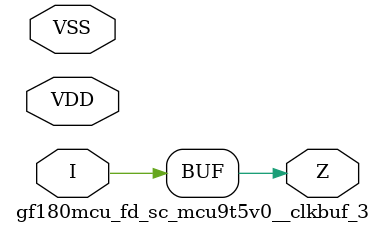
<source format=v>

module gf180mcu_fd_sc_mcu9t5v0__clkbuf_3( I, Z, VDD, VSS );
input I;
inout VDD, VSS;
output Z;

	buf MGM_BG_0( Z, I );

endmodule

</source>
